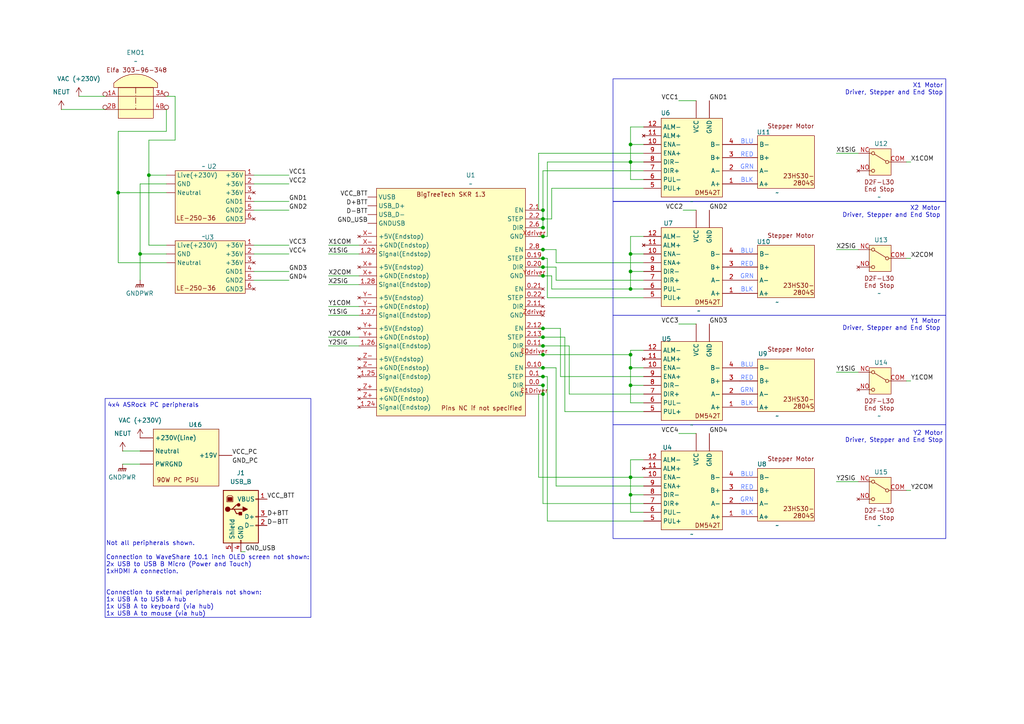
<source format=kicad_sch>
(kicad_sch (version 20231120) (generator "eeschema") (generator_version "8.0")
  (paper "A4")
  (title_block (title "PL Scanner - System Schematic") (date "30/02-2025") (rev "1") (company "Carl Emil Elling 2025"))
  (lib_symbols
    (symbol "Connector:USB_B" (pin_names (offset 1.016))
      (property "Reference" "J" (at -5.08 11.43 0))
      (property "Value" "USB_B" (at -5.08 8.89 0))
      (symbol "USB_B_0_1"
        (rectangle (start -5.08 -7.62) (end 5.08 7.62) (stroke (width 0.254)) (fill (type background)))
        (circle (center -3.81 2.159) (radius 0.635) (stroke (width 0.254)) (fill (type outline)))
        (rectangle (start -3.81 5.588) (end -2.54 4.572) (fill (type outline)))
        (circle (center -0.635 3.429) (radius 0.381) (stroke (width 0.254)) (fill (type outline)))
        (rectangle (start -0.127 -7.62) (end 0.127 -6.858))
        (polyline (pts (xy -1.905 2.159) (xy 0.635 2.159)) (stroke (width 0.254)))
        (polyline (pts (xy -3.175 2.159) (xy -2.54 2.159) (xy -1.27 3.429) (xy -0.635 3.429)) (stroke (width 0.254)))
        (polyline (pts (xy -2.54 2.159) (xy -1.905 2.159) (xy -1.27 0.889) (xy 0 0.889)) (stroke (width 0.254)))
        (polyline (pts (xy 0.635 2.794) (xy 0.635 1.524) (xy 1.905 2.159) (xy 0.635 2.794)) (stroke (width 0.254)) (fill (type outline)))
        (polyline (pts (xy -4.064 4.318) (xy -2.286 4.318) (xy -2.286 5.715) (xy -2.667 6.096) (xy -3.683 6.096) (xy -4.064 5.715) (xy -4.064 4.318)))
        (rectangle (start 0.254 1.27) (end -0.508 0.508) (stroke (width 0.254)) (fill (type outline)))
        (rectangle (start 5.08 -2.667) (end 4.318 -2.413))
        (rectangle (start 5.08 -0.127) (end 4.318 0.127))
        (rectangle (start 5.08 4.953) (end 4.318 5.207))
      )
      (symbol "USB_B_1_1"
        (pin power_out line (at 7.62 5.08 180) (length 2.54) (name "VBUS") (number "1"))
        (pin bidirectional line (at 7.62 -2.54 180) (length 2.54) (name "D-") (number "2"))
        (pin bidirectional line (at 7.62 0 180) (length 2.54) (name "D+") (number "3"))
        (pin power_out line (at 0 -10.16 90) (length 2.54) (name "GND") (number "4"))
        (pin passive line (at -2.54 -10.16 90) (length 2.54) (name "Shield") (number "5"))
      )
    )
    (symbol "End_Stop_D2F-L30_1"
      (property "Reference" "U" (at 0 2.794 0))
      (symbol "End_Stop_D2F-L30_1_0_1"
        (circle (center -2.032 -2.54) (radius 0.4572))
        (polyline (pts (xy -1.651 -2.286) (xy 1.651 -0.254)))
        (circle (center 2.032 -5.08) (radius 0.4572))
        (circle (center 2.032 0) (radius 0.4572))
      )
      (symbol "End_Stop_D2F-L30_1_1_1"
        (rectangle (start -3.175 1.27) (end 3.175 -6.35) (fill (type background)))
        (text "D2F-L30\nEnd Stop\n" (at 0.254 -9.398 0) (effects (font (size 1.27 1.27))))
        (pin passive line (at -7.62 -2.54 0) (length 5.08) (name "") (number "COM"))
        (pin passive line (at 6.35 0 180) (length 3.81) (name "") (number "NC"))
        (pin no_connect line (at 6.35 -5.08 180) (length 3.81) (name "") (number "NO"))
      )
    )
    (symbol "IRRobot_lib:4x4_ASRock_PC"
      (property "Reference" "U" (at 0 4.064 0))
      (symbol "4x4_ASRock_PC_1_1"
        (rectangle (start -8.89 0) (end 10.16 -16.51) (fill (type background)))
        (text "90W PC PSU" (at -1.778 -14.732 0) (effects (font (size 1.27 1.27))))
        (pin output line (at 13.97 -7.62 180) (length 3.81) (name "+19V") (number ""))
        (pin input line (at -12.7 -2.54 0) (length 3.81) (name "+230V(Line)") (number ""))
        (pin input line (at -12.7 -6.35 0) (length 3.81) (name "Neutral") (number ""))
        (pin input line (at -12.7 -10.16 0) (length 3.81) (name "PWRGND") (number ""))
      )
    )
    (symbol "IRRobot_lib:BTT_SKR1_3"
      (property "Reference" "U" (at 0 4.064 0))
      (symbol "BTT_SKR1_3_1_1"
        (rectangle (start -17.78 2.54) (end 25.4 -63.5) (fill (type background)))
        (text "BigTreeTech SKR 1.3\n" (at 3.81 0.762 0) (effects (font (size 1.27 1.27))))
        (text "Pins NC if not specified\n" (at 12.7 -61.214 0) (effects (font (size 1.27 1.27))))
        (pin input line (at -20.32 -7.62 0) (length 2.54) (name "GNDUSB") (number ""))
        (pin input line (at -20.32 -2.54 0) (length 2.54) (name "USB_D+") (number ""))
        (pin input line (at -20.32 -5.08 0) (length 2.54) (name "USB_D-") (number ""))
        (pin input line (at -20.32 0 0) (length 2.54) (name "VUSB") (number ""))
        (pin output line (at 30.48 -54.61 180) (length 5.08) (name "DIR") (number "0.0"))
        (pin output line (at 30.48 -52.07 180) (length 5.08) (name "STEP") (number "0.1"))
        (pin output line (at 30.48 -49.53 180) (length 5.08) (name "EN") (number "0.10"))
        (pin output line (at 30.48 -43.18 180) (length 5.08) (name "DIR") (number "0.11"))
        (pin output line (at 30.48 -17.78 180) (length 5.08) (name "STEP") (number "0.19"))
        (pin output line (at 30.48 -20.32 180) (length 5.08) (name "DIR") (number "0.20"))
        (pin no_connect line (at 30.48 -26.67 180) (length 5.08) (name "EN") (number "0.21"))
        (pin no_connect line (at 30.48 -29.21 180) (length 5.08) (name "STEP") (number "0.22"))
        (pin no_connect line (at -22.86 -60.96 0) (length 5.08) (name "Signal(Endstop)") (number "1.24"))
        (pin no_connect line (at -22.86 -52.07 0) (length 5.08) (name "Signal(Endstop)") (number "1.25"))
        (pin input line (at -22.86 -43.18 0) (length 5.08) (name "Signal(Endstop)") (number "1.26"))
        (pin input line (at -22.86 -34.29 0) (length 5.08) (name "Signal(Endstop)") (number "1.27"))
        (pin input line (at -22.86 -25.4 0) (length 5.08) (name "Signal(Endstop)") (number "1.28"))
        (pin input line (at -22.86 -16.51 0) (length 5.08) (name "Signal(Endstop)") (number "1.29"))
        (pin output line (at 30.48 -3.81 180) (length 5.08) (name "EN") (number "2.1"))
        (pin no_connect line (at 30.48 -31.75 180) (length 5.08) (name "DIR") (number "2.11"))
        (pin output line (at 30.48 -38.1 180) (length 5.08) (name "EN") (number "2.12"))
        (pin output line (at 30.48 -40.64 180) (length 5.08) (name "STEP") (number "2.13"))
        (pin output line (at 30.48 -6.35 180) (length 5.08) (name "STEP") (number "2.2"))
        (pin output line (at 30.48 -8.89 180) (length 5.08) (name "DIR") (number "2.6"))
        (pin output line (at 30.48 -15.24 180) (length 5.08) (name "EN") (number "2.8"))
        (pin output line (at 30.48 -45.72 180) (length 5.08) (name "GND") (number "E0driver"))
        (pin output line (at 30.48 -57.15 180) (length 5.08) (name "GND") (number "E1Driver"))
        (pin no_connect line (at -22.86 -20.32 0) (length 5.08) (name "+5V(Endstop)") (number "X+"))
        (pin output line (at -22.86 -22.86 0) (length 5.08) (name "+GND(Endstop)") (number "X+"))
        (pin no_connect line (at -22.86 -11.43 0) (length 5.08) (name "+5V(Endstop)") (number "X-"))
        (pin output line (at -22.86 -13.97 0) (length 5.08) (name "+GND(Endstop)") (number "X-"))
        (pin output line (at 30.48 -11.43 180) (length 5.08) (name "GND") (number "Xdriver"))
        (pin no_connect line (at -22.86 -38.1 0) (length 5.08) (name "+5V(Endstop)") (number "Y+"))
        (pin output line (at -22.86 -40.64 0) (length 5.08) (name "+GND(Endstop)") (number "Y+"))
        (pin no_connect line (at -22.86 -29.21 0) (length 5.08) (name "+5V(Endstop)") (number "Y-"))
        (pin output line (at -22.86 -31.75 0) (length 5.08) (name "+GND(Endstop)") (number "Y-"))
        (pin output line (at 30.48 -22.86 180) (length 5.08) (name "GND") (number "Ydriver"))
        (pin no_connect line (at -22.86 -55.88 0) (length 5.08) (name "+5V(Endstop)") (number "Z+"))
        (pin no_connect line (at -22.86 -58.42 0) (length 5.08) (name "+GND(Endstop)") (number "Z+"))
        (pin no_connect line (at -22.86 -46.99 0) (length 5.08) (name "+5V(Endstop)") (number "Z-"))
        (pin no_connect line (at -22.86 -49.53 0) (length 5.08) (name "+GND(Endstop)") (number "Z-"))
        (pin no_connect line (at 30.48 -34.29 180) (length 5.08) (name "GND") (number "Zdriver"))
      )
    )
    (symbol "IRRobot_lib:DM542T"
      (property "Reference" "U" (at 0 4.318 0))
      (symbol "DM542T_1_1"
        (rectangle (start -8.89 2.54) (end 8.89 -20.32) (fill (type background)))
        (text private "BLK\n" (at -15.24 -2.54 0) (effects (font (size 1.27 1.27))))
        (text private "BLU\n" (at -14.986 -13.97 0) (effects (font (size 1.27 1.27))))
        (text "DM542T\n" (at -4.572 1.27 0) (effects (font (size 1.27 1.27))))
        (text private "GRN\n" (at -15.24 -6.604 0) (effects (font (size 1.27 1.27))))
        (text private "RED\n" (at -15.24 -9.906 0) (effects (font (size 1.27 1.27))))
        (pin input line (at -5.08 -25.4 90) (length 5.08) (name "GND") (number ""))
        (pin input line (at -1.27 -25.4 90) (length 5.08) (name "VCC") (number ""))
        (pin output line (at -13.97 -1.27 0) (length 5.08) (name "A+") (number "1"))
        (pin input line (at 13.97 -12.7 180) (length 5.08) (name "ENA-") (number "10"))
        (pin no_connect line (at 13.97 -15.24 180) (length 5.08) (name "ALM+") (number "11"))
        (pin input line (at 13.97 -17.78 180) (length 5.08) (name "ALM-") (number "12"))
        (pin output line (at -13.97 -5.08 0) (length 5.08) (name "A-") (number "2"))
        (pin output line (at -13.97 -8.89 0) (length 5.08) (name "B+") (number "3"))
        (pin output line (at -13.97 -12.7 0) (length 5.08) (name "B-") (number "4"))
        (pin input line (at 13.97 0 180) (length 5.08) (name "PUL+") (number "5"))
        (pin input line (at 13.97 -2.54 180) (length 5.08) (name "PUL-") (number "6"))
        (pin input line (at 13.97 -5.08 180) (length 5.08) (name "DIR+") (number "7"))
        (pin input line (at 13.97 -7.62 180) (length 5.08) (name "DIR-") (number "8"))
        (pin input line (at 13.97 -10.16 180) (length 5.08) (name "ENA+") (number "9"))
      )
    )
    (symbol "IRRobot_lib:Estop"
      (property "Reference" "EMO" (at 2.032 5.842 0))
      (symbol "Estop_1_1"
        (circle (center -6.35 -6.985) (radius 0.635))
        (circle (center -6.35 -3.175) (radius 0.635))
        (rectangle (start -2.54 -1.27) (end 7.62 -10.16) (fill (type background)))
        (polyline (pts (xy -2.54 -7.62) (xy 7.62 -7.62)))
        (polyline (pts (xy -2.54 -3.81) (xy 7.62 -3.81)))
        (polyline (pts (xy 2.54 -1.27) (xy 2.54 -7.62)) (stroke (width 0) (type dash_dot)))
        (polyline (pts (xy 8.89 0) (xy 8.89 -1.27) (xy -3.81 -1.27) (xy -3.81 0)) (fill (type background)))
        (arc (start 8.89 0) (mid 2.54 2.6302) (end -3.81 0) (fill (type background)))
        (circle (center 11.43 -6.985) (radius 0.635))
        (circle (center 11.43 -3.175) (radius 0.635))
        (text "Elfa 303-96-348" (at 2.794 3.81 0) (effects (font (size 1.27 1.27))))
        (pin bidirectional line (at -6.35 -3.81 0) (length 3.81) (name "") (number "1A"))
        (pin bidirectional line (at -6.35 -7.62 0) (length 3.81) (name "") (number "2B"))
        (pin bidirectional line (at 11.43 -3.81 180) (length 3.81) (name "") (number "3A"))
        (pin bidirectional line (at 11.43 -7.62 180) (length 3.81) (name "") (number "4B"))
      )
    )
    (symbol "IRRobot_lib:Stepper_23HS30-2804S"
      (property "Reference" "U" (at 0 2.54 0))
      (symbol "Stepper_23HS30-2804S_1_1"
        (rectangle (start -8.89 1.27) (end 7.62 -13.97) (fill (type background)))
        (text "23HS30-\n2804S\n" (at -8.89 -1.27 0) (effects (font (size 1.27 1.27)) (justify left)))
        (text "BLK\n" (at 10.668 -1.27 0) (effects (font (size 1.27 1.27))))
        (text "BLU\n" (at 10.668 -12.446 0) (effects (font (size 1.27 1.27))))
        (text "GRN\n" (at 10.668 -5.08 0) (effects (font (size 1.27 1.27))))
        (text "RED\n" (at 10.668 -8.636 0) (effects (font (size 1.27 1.27))))
        (text "Stepper Motor\n\n\n" (at -2.032 -14.732 0) (effects (font (size 1.27 1.27))))
        (pin input line (at 12.7 0 180) (length 5.08) (name "A+") (number ""))
        (pin input line (at 12.7 -3.81 180) (length 5.08) (name "A-") (number ""))
        (pin input line (at 12.7 -7.62 180) (length 5.08) (name "B+") (number ""))
        (pin input line (at 12.7 -11.43 180) (length 5.08) (name "B-") (number ""))
      )
    )
    (symbol "IRRobot_lib:Stepperonline_LE-250-36"
      (property "Reference" "U3" (at 3.556 6.096 0))
      (property "Value" "~" (at 1.905 6.35 0))
      (symbol "Stepperonline_LE-250-36_1_1"
        (rectangle (start -6.35 5.08) (end 13.97 -10.16) (fill (type background)))
        (text "LE-250-36\n" (at -0.254 -8.636 0) (effects (font (size 1.27 1.27))))
        (pin input line (at -8.89 1.27 0) (length 2.54) (name "GND") (number ""))
        (pin input line (at -8.89 3.81 0) (length 2.54) (name "Live(+230V)") (number ""))
        (pin input line (at -8.89 -1.27 0) (length 2.54) (name "Neutral") (number ""))
        (pin output line (at 16.51 3.81 180) (length 2.54) (name "+36V") (number "1"))
        (pin output line (at 16.51 1.27 180) (length 2.54) (name "+36V") (number "2"))
        (pin no_connect line (at 16.51 -1.27 180) (length 2.54) (name "+36V") (number "3"))
        (pin output line (at 16.51 -3.81 180) (length 2.54) (name "GND1") (number "4"))
        (pin output line (at 16.51 -6.35 180) (length 2.54) (name "GND2") (number "5"))
        (pin no_connect line (at 16.51 -8.89 180) (length 2.54) (name "GND3") (number "6"))
      )
    )
    (symbol "Stepperonline_LE-250-36_1"
      (property "Reference" "U" (at 3.556 6.35 0))
      (symbol "Stepperonline_LE-250-36_1_1_1"
        (rectangle (start -6.35 5.08) (end 13.97 -10.16) (fill (type background)))
        (text "LE-250-36\n" (at -0.254 -8.636 0) (effects (font (size 1.27 1.27))))
        (pin input line (at -8.89 1.27 0) (length 2.54) (name "GND") (number ""))
        (pin input line (at -8.89 3.81 0) (length 2.54) (name "Live(+230V)") (number ""))
        (pin input line (at -8.89 -1.27 0) (length 2.54) (name "Neutral") (number ""))
        (pin output line (at 16.51 3.81 180) (length 2.54) (name "+36V") (number "1"))
        (pin output line (at 16.51 1.27 180) (length 2.54) (name "+36V") (number "2"))
        (pin no_connect line (at 16.51 -1.27 180) (length 2.54) (name "+36V") (number "3"))
        (pin output line (at 16.51 -3.81 180) (length 2.54) (name "GND1") (number "4"))
        (pin output line (at 16.51 -6.35 180) (length 2.54) (name "GND2") (number "5"))
        (pin no_connect line (at 16.51 -8.89 180) (length 2.54) (name "GND3") (number "6"))
      )
    )
    (symbol "power:GNDPWR" (power) (pin_numbers hide) (pin_names (offset 0) hide)
      (property "Value" "GNDPWR" (at 0 -3.302 0))
      (symbol "GNDPWR_0_1"
        (polyline (pts (xy 0 -1.27) (xy 0 0)))
        (polyline (pts (xy -1.016 -1.27) (xy -1.27 -2.032) (xy -1.27 -2.032)) (stroke (width 0.2032)))
        (polyline (pts (xy -0.508 -1.27) (xy -0.762 -2.032) (xy -0.762 -2.032)) (stroke (width 0.2032)))
        (polyline (pts (xy 0 -1.27) (xy -0.254 -2.032) (xy -0.254 -2.032)) (stroke (width 0.2032)))
        (polyline (pts (xy 0.508 -1.27) (xy 0.254 -2.032) (xy 0.254 -2.032)) (stroke (width 0.2032)))
        (polyline (pts (xy 1.016 -1.27) (xy -1.016 -1.27) (xy -1.016 -1.27)) (stroke (width 0.2032)))
        (polyline (pts (xy 1.016 -1.27) (xy 0.762 -2.032) (xy 0.762 -2.032) (xy 0.762 -2.032)) (stroke (width 0.2032)))
      )
      (symbol "GNDPWR_1_1"
        (pin power_in line (at 0 0 270) (length 0) (name "~") (number "1"))
      )
    )
    (symbol "power:NEUT" (power) (pin_numbers hide) (pin_names (offset 0) hide)
      (property "Value" "NEUT" (at 0 3.556 0))
      (symbol "NEUT_0_1"
        (polyline (pts (xy -0.762 1.27) (xy 0 2.54)))
        (polyline (pts (xy 0 0) (xy 0 2.54)))
        (polyline (pts (xy 0 2.54) (xy 0.762 1.27)))
      )
      (symbol "NEUT_1_1"
        (pin power_in line (at 0 0 90) (length 0) (name "~") (number "1"))
      )
    )
    (symbol "power:VCC" (power) (pin_numbers hide) (pin_names (offset 0) hide)
      (property "Value" "VCC" (at 0 3.556 0))
      (symbol "VCC_0_1"
        (polyline (pts (xy -0.762 1.27) (xy 0 2.54)))
        (polyline (pts (xy 0 0) (xy 0 2.54)))
        (polyline (pts (xy 0 2.54) (xy 0.762 1.27)))
      )
      (symbol "VCC_1_1"
        (pin power_in line (at 0 0 90) (length 0) (name "~") (number "1"))
      )
    )
  )
  (junction (at 182.88 143.51))
  (junction (at 157.48 109.22))
  (junction (at 157.48 95.25))
  (junction (at 182.88 46.99))
  (junction (at 157.48 114.3))
  (junction (at 182.88 138.43))
  (junction (at 40.64 73.66))
  (junction (at 182.88 78.74))
  (junction (at 157.48 66.04))
  (junction (at 157.48 68.58))
  (junction (at 157.48 102.87))
  (junction (at 157.48 111.76))
  (junction (at 182.88 73.66))
  (junction (at 43.18 50.8))
  (junction (at 182.88 111.76))
  (junction (at 182.88 83.82))
  (junction (at 182.88 102.87))
  (junction (at 157.48 77.47))
  (junction (at 157.48 100.33))
  (junction (at 157.48 80.01))
  (junction (at 157.48 97.79))
  (junction (at 157.48 63.5))
  (junction (at 182.88 41.91))
  (junction (at 157.48 106.68))
  (junction (at 182.88 106.68))
  (junction (at 157.48 74.93))
  (junction (at 34.29 55.88))
  (junction (at 157.48 60.96))
  (junction (at 157.48 72.39))
  (wire (pts (xy 158.75 109.22) (xy 158.75 151.13)))
  (wire (pts (xy 156.21 109.22) (xy 157.48 109.22)))
  (wire (pts (xy 156.21 100.33) (xy 157.48 100.33)))
  (wire (pts (xy 73.66 71.12) (xy 83.82 71.12)))
  (wire (pts (xy 157.48 80.01) (xy 156.21 80.01)))
  (wire (pts (xy 182.88 52.07) (xy 182.88 46.99)))
  (wire (pts (xy 182.88 101.6) (xy 182.88 102.87)))
  (wire (pts (xy 182.88 102.87) (xy 182.88 106.68)))
  (wire (pts (xy 182.88 46.99) (xy 186.69 46.99)))
  (wire (pts (xy 17.78 31.75) (xy 30.48 31.75)))
  (wire (pts (xy 43.18 50.8) (xy 43.18 71.12)))
  (wire (pts (xy 156.21 63.5) (xy 157.48 63.5)))
  (wire (pts (xy 34.29 55.88) (xy 34.29 76.2)))
  (wire (pts (xy 182.88 41.91) (xy 182.88 46.99)))
  (wire (pts (xy 186.69 78.74) (xy 182.88 78.74)))
  (wire (pts (xy 40.64 73.66) (xy 48.26 73.66)))
  (wire (pts (xy 186.69 49.53) (xy 157.48 49.53)))
  (wire (pts (xy 182.88 148.59) (xy 182.88 143.51)))
  (wire (pts (xy 158.75 46.99) (xy 182.88 46.99)))
  (wire (pts (xy 196.85 93.98) (xy 201.93 93.98)))
  (wire (pts (xy 182.88 106.68) (xy 186.69 106.68)))
  (wire (pts (xy 161.29 106.68) (xy 161.29 140.97)))
  (wire (pts (xy 182.88 78.74) (xy 182.88 83.82)))
  (wire (pts (xy 165.1 114.3) (xy 186.69 114.3)))
  (wire (pts (xy 35.56 130.81) (xy 40.64 130.81)))
  (wire (pts (xy 156.21 138.43) (xy 182.88 138.43)))
  (wire (pts (xy 186.69 148.59) (xy 182.88 148.59)))
  (wire (pts (xy 186.69 133.35) (xy 182.88 133.35)))
  (wire (pts (xy 242.57 72.39) (xy 248.92 72.39)))
  (wire (pts (xy 163.83 119.38) (xy 186.69 119.38)))
  (wire (pts (xy 35.56 134.62) (xy 40.64 134.62)))
  (wire (pts (xy 157.48 97.79) (xy 163.83 97.79)))
  (wire (pts (xy 160.02 63.5) (xy 160.02 54.61)))
  (wire (pts (xy 157.48 77.47) (xy 161.29 77.47)))
  (wire (pts (xy 156.21 114.3) (xy 156.21 138.43)))
  (wire (pts (xy 161.29 72.39) (xy 161.29 76.2)))
  (wire (pts (xy 48.26 31.75) (xy 48.26 38.1)))
  (wire (pts (xy 95.25 71.12) (xy 104.14 71.12)))
  (wire (pts (xy 34.29 76.2) (xy 48.26 76.2)))
  (wire (pts (xy 182.88 133.35) (xy 182.88 138.43)))
  (wire (pts (xy 162.56 95.25) (xy 162.56 109.22)))
  (wire (pts (xy 158.75 74.93) (xy 158.75 86.36)))
  (wire (pts (xy 158.75 68.58) (xy 158.75 46.99)))
  (wire (pts (xy 95.25 100.33) (xy 104.14 100.33)))
  (wire (pts (xy 160.02 54.61) (xy 186.69 54.61)))
  (wire (pts (xy 156.21 44.45) (xy 186.69 44.45)))
  (wire (pts (xy 186.69 116.84) (xy 182.88 116.84)))
  (wire (pts (xy 69.85 160.02) (xy 71.12 160.02)))
  (wire (pts (xy 157.48 146.05) (xy 186.69 146.05)))
  (wire (pts (xy 196.85 125.73) (xy 201.93 125.73)))
  (wire (pts (xy 262.89 110.49) (xy 264.16 110.49)))
  (wire (pts (xy 34.29 38.1) (xy 34.29 55.88)))
  (wire (pts (xy 242.57 139.7) (xy 248.92 139.7)))
  (wire (pts (xy 161.29 76.2) (xy 186.69 76.2)))
  (wire (pts (xy 160.02 80.01) (xy 157.48 80.01)))
  (wire (pts (xy 95.25 88.9) (xy 104.14 88.9)))
  (wire (pts (xy 157.48 68.58) (xy 158.75 68.58)))
  (wire (pts (xy 182.88 73.66) (xy 186.69 73.66)))
  (wire (pts (xy 40.64 81.28) (xy 40.64 73.66)))
  (wire (pts (xy 163.83 97.79) (xy 163.83 119.38)))
  (wire (pts (xy 48.26 55.88) (xy 34.29 55.88)))
  (wire (pts (xy 43.18 71.12) (xy 48.26 71.12)))
  (wire (pts (xy 73.66 81.28) (xy 83.82 81.28)))
  (wire (pts (xy 157.48 106.68) (xy 161.29 106.68)))
  (wire (pts (xy 157.48 60.96) (xy 157.48 63.5)))
  (wire (pts (xy 182.88 73.66) (xy 182.88 78.74)))
  (wire (pts (xy 182.88 138.43) (xy 182.88 143.51)))
  (wire (pts (xy 262.89 142.24) (xy 264.16 142.24)))
  (wire (pts (xy 160.02 83.82) (xy 182.88 83.82)))
  (wire (pts (xy 73.66 60.96) (xy 83.82 60.96)))
  (wire (pts (xy 157.48 100.33) (xy 165.1 100.33)))
  (wire (pts (xy 73.66 73.66) (xy 83.82 73.66)))
  (wire (pts (xy 157.48 95.25) (xy 162.56 95.25)))
  (wire (pts (xy 242.57 107.95) (xy 248.92 107.95)))
  (wire (pts (xy 162.56 109.22) (xy 186.69 109.22)))
  (wire (pts (xy 156.21 111.76) (xy 157.48 111.76)))
  (wire (pts (xy 95.25 82.55) (xy 104.14 82.55)))
  (wire (pts (xy 157.48 63.5) (xy 157.48 66.04)))
  (wire (pts (xy 50.8 40.64) (xy 43.18 40.64)))
  (wire (pts (xy 182.88 41.91) (xy 186.69 41.91)))
  (wire (pts (xy 157.48 114.3) (xy 157.48 146.05)))
  (wire (pts (xy 161.29 81.28) (xy 186.69 81.28)))
  (wire (pts (xy 186.69 52.07) (xy 182.88 52.07)))
  (wire (pts (xy 186.69 68.58) (xy 182.88 68.58)))
  (wire (pts (xy 22.86 27.94) (xy 30.48 27.94)))
  (wire (pts (xy 156.21 102.87) (xy 157.48 102.87)))
  (wire (pts (xy 73.66 58.42) (xy 83.82 58.42)))
  (wire (pts (xy 158.75 86.36) (xy 186.69 86.36)))
  (wire (pts (xy 186.69 111.76) (xy 182.88 111.76)))
  (wire (pts (xy 73.66 78.74) (xy 83.82 78.74)))
  (wire (pts (xy 186.69 143.51) (xy 182.88 143.51)))
  (wire (pts (xy 196.85 29.21) (xy 201.93 29.21)))
  (wire (pts (xy 48.26 27.94) (xy 50.8 27.94)))
  (wire (pts (xy 186.69 101.6) (xy 182.88 101.6)))
  (wire (pts (xy 73.66 53.34) (xy 83.82 53.34)))
  (wire (pts (xy 156.21 72.39) (xy 157.48 72.39)))
  (wire (pts (xy 157.48 74.93) (xy 158.75 74.93)))
  (wire (pts (xy 158.75 151.13) (xy 186.69 151.13)))
  (wire (pts (xy 40.64 53.34) (xy 40.64 73.66)))
  (wire (pts (xy 161.29 140.97) (xy 186.69 140.97)))
  (wire (pts (xy 95.25 97.79) (xy 104.14 97.79)))
  (wire (pts (xy 48.26 53.34) (xy 40.64 53.34)))
  (wire (pts (xy 43.18 40.64) (xy 43.18 50.8)))
  (wire (pts (xy 186.69 36.83) (xy 182.88 36.83)))
  (wire (pts (xy 262.89 46.99) (xy 264.16 46.99)))
  (wire (pts (xy 165.1 100.33) (xy 165.1 114.3)))
  (wire (pts (xy 157.48 49.53) (xy 157.48 60.96)))
  (wire (pts (xy 157.48 66.04) (xy 156.21 66.04)))
  (wire (pts (xy 156.21 97.79) (xy 157.48 97.79)))
  (wire (pts (xy 95.25 80.01) (xy 104.14 80.01)))
  (wire (pts (xy 157.48 109.22) (xy 158.75 109.22)))
  (wire (pts (xy 161.29 77.47) (xy 161.29 81.28)))
  (wire (pts (xy 156.21 77.47) (xy 157.48 77.47)))
  (wire (pts (xy 182.88 138.43) (xy 186.69 138.43)))
  (wire (pts (xy 186.69 83.82) (xy 182.88 83.82)))
  (wire (pts (xy 157.48 102.87) (xy 182.88 102.87)))
  (wire (pts (xy 156.21 95.25) (xy 157.48 95.25)))
  (wire (pts (xy 242.57 44.45) (xy 248.92 44.45)))
  (wire (pts (xy 157.48 63.5) (xy 160.02 63.5)))
  (wire (pts (xy 95.25 91.44) (xy 104.14 91.44)))
  (wire (pts (xy 160.02 83.82) (xy 160.02 80.01)))
  (wire (pts (xy 182.88 106.68) (xy 182.88 111.76)))
  (wire (pts (xy 182.88 36.83) (xy 182.88 41.91)))
  (wire (pts (xy 198.12 60.96) (xy 201.93 60.96)))
  (wire (pts (xy 156.21 106.68) (xy 157.48 106.68)))
  (wire (pts (xy 182.88 116.84) (xy 182.88 111.76)))
  (wire (pts (xy 156.21 74.93) (xy 157.48 74.93)))
  (wire (pts (xy 262.89 74.93) (xy 264.16 74.93)))
  (wire (pts (xy 48.26 38.1) (xy 34.29 38.1)))
  (wire (pts (xy 157.48 72.39) (xy 161.29 72.39)))
  (wire (pts (xy 50.8 27.94) (xy 50.8 40.64)))
  (wire (pts (xy 156.21 68.58) (xy 157.48 68.58)))
  (wire (pts (xy 73.66 50.8) (xy 83.82 50.8)))
  (wire (pts (xy 157.48 111.76) (xy 157.48 114.3)))
  (wire (pts (xy 95.25 73.66) (xy 104.14 73.66)))
  (wire (pts (xy 182.88 68.58) (xy 182.88 73.66)))
  (wire (pts (xy 43.18 50.8) (xy 48.26 50.8)))
  (wire (pts (xy 156.21 60.96) (xy 156.21 44.45)))
  (rectangle (start 177.8 58.42) (end 274.32 91.44))
  (rectangle (start 177.8 123.19) (end 274.32 156.21))
  (rectangle (start 177.8 91.44) (end 274.32 123.19))
  (rectangle (start 177.8 22.86) (end 274.32 58.42))
  (rectangle (start 30.48 115.57) (end 90.17 179.07))
  (text "Y2 Motor\nDriver, Stepper and End Stop\n" (at 273.558 126.746 0) (effects (font (size 1.27 1.27)) (justify right)))
  (text "Not all peripherals shown.\n\nConnection to WaveShare 10.1 inch OLED screen not shown:\n2x USB to USB B Micro (Power and Touch)\n1xHDMI A connection.\n\n\nConnection to external peripherals not shown:\n1x USB A to USB A hub\n1x USB A to keyboard (via hub)\n1x USB A to mouse (via hub)\n" (at 30.734 167.894 0) (effects (font (size 1.27 1.27)) (justify left)))
  (text "X2 Motor\nDriver, Stepper and End Stop\n" (at 272.796 61.468 0) (effects (font (size 1.27 1.27)) (justify right)))
  (text "X1 Motor\nDriver, Stepper and End Stop\n" (at 273.558 25.908 0) (effects (font (size 1.27 1.27)) (justify right)))
  (text "4x4 ASRock PC peripherals\n" (at 44.45 117.602 0) (effects (font (size 1.27 1.27))))
  (text "Y1 Motor\nDriver, Stepper and End Stop\n" (at 272.796 94.234 0) (effects (font (size 1.27 1.27)) (justify right)))
  (label "VCC3" (at 196.85 93.98 180))
  (label "VCC3" (at 83.82 71.12 0))
  (label "X1COM" (at 95.25 71.12 0))
  (label "VCC1" (at 196.85 29.21 180))
  (label "VCC4" (at 196.85 125.73 180))
  (label "GND3" (at 83.82 78.74 0))
  (label "GND3" (at 205.74 93.98 0))
  (label "GND4" (at 83.82 81.28 0))
  (label "GND2" (at 83.82 60.96 0))
  (label "VCC2" (at 83.82 53.34 0))
  (label "VCC_BTT" (at 77.47 144.78 0))
  (label "Y2COM" (at 95.25 97.79 0))
  (label "D-BTT" (at 77.47 152.4 0))
  (label "X2COM" (at 264.16 74.93 0))
  (label "GND1" (at 205.74 29.21 0))
  (label "VCC2" (at 198.12 60.96 180))
  (label "X1SIG" (at 95.25 73.66 0))
  (label "VCC_BTT" (at 106.68 57.15 180))
  (label "Y2SIG" (at 242.57 139.7 0))
  (label "VCC1" (at 83.82 50.8 0))
  (label "D+BTT" (at 106.68 59.69 180))
  (label "GND2" (at 205.74 60.96 0))
  (label "X2SIG" (at 95.25 82.55 0))
  (label "X1SIG" (at 242.57 44.45 0))
  (label "VCC_PC" (at 67.31 132.08 0))
  (label "X2COM" (at 95.25 80.01 0))
  (label "GND_USB" (at 71.12 160.02 0))
  (label "Y2COM" (at 264.16 142.24 0))
  (label "D-BTT" (at 106.68 62.23 180))
  (label "GND1" (at 83.82 58.42 0))
  (label "GND_PC" (at 67.31 134.62 0))
  (label "GND4" (at 205.74 125.73 0))
  (label "X1COM" (at 264.16 46.99 0))
  (label "GND_USB" (at 106.68 64.77 180))
  (label "Y1COM" (at 95.25 88.9 0))
  (label "D+BTT" (at 77.47 149.86 0))
  (label "Y2SIG" (at 95.25 100.33 0))
  (label "Y1SIG" (at 95.25 91.44 0))
  (label "Y1SIG" (at 242.57 107.95 0))
  (label "Y1COM" (at 264.16 110.49 0))
  (label "VCC4" (at 83.82 73.66 0))
  (label "X2SIG" (at 242.57 72.39 0))
  (symbol (lib_id "power:GNDPWR") (at 35.56 134.62 0) (unit 1)
    (property "Reference" "#PWR05" (effects (hide yes)))
    (property "Value" "GNDPWR" (at 35.433 138.43 0))
    (property "Description" "Power symbol creates a global label with name \"GNDPWR\" , global ground" (effects (hide yes)))
  )
  (symbol (lib_id "IRRobot_lib:Stepperonline_LE-250-36") (at 57.15 74.93 0) (unit 1)
    (property "Reference" "U3" (at 60.706 68.834 0))
    (property "Value" "~" (at 59.055 68.58 0))
  )
  (symbol (lib_name "End_Stop_D2F-L30_1") (lib_id "IRRobot_lib:End_Stop_D2F-L30") (at 255.27 107.95 0) (mirror y) (unit 1)
    (property "Reference" "U14" (at 255.524 105.156 0))
    (property "Value" "~" (at 255.016 120.65 0))
  )
  (symbol (lib_id "power:NEUT") (at 17.78 31.75 0) (unit 1)
    (property "Reference" "#PWR02" (effects (hide yes)))
    (property "Value" "NEUT" (at 17.78 26.67 0))
    (property "Description" "Power symbol creates a global label with name \"NEUT\"" (effects (hide yes)))
  )
  (symbol (lib_id "IRRobot_lib:4x4_ASRock_PC") (at 53.34 124.46 0) (unit 1)
    (property "Reference" "U16" (at 56.642 123.19 0))
    (property "Value" "~" (at 56.515 123.19 0))
  )
  (symbol (lib_name "End_Stop_D2F-L30_1") (lib_id "IRRobot_lib:End_Stop_D2F-L30") (at 255.27 44.45 0) (mirror y) (unit 1)
    (property "Reference" "U12" (at 255.524 41.656 0))
    (property "Value" "~" (at 255.016 57.15 0))
  )
  (symbol (lib_id "power:VCC") (at 40.64 127 0) (unit 1)
    (property "Reference" "#PWR04" (effects (hide yes)))
    (property "Value" "VAC (+230V)" (at 40.64 121.92 0))
    (property "Description" "Power symbol creates a global label with name \"VCC\"" (effects (hide yes)))
  )
  (symbol (lib_name "IRRobot_lib:DM542T") (lib_id "IRRobot_lib:DM542T") (at 200.66 119.38 180) (unit 1)
    (property "Reference" "U5" (at 193.294 98.298 0))
    (property "Value" "~" (at 200.66 123.19 0))
  )
  (symbol (lib_name "IRRobot_lib:Stepper_23HS30-2804S") (lib_id "IRRobot_lib:Stepper_23HS30-2804S") (at 227.33 118.11 180) (unit 1)
    (property "Reference" "U9" (at 221.234 102.616 0))
    (property "Value" "~" (at 225.4178 120.65 0))
  )
  (symbol (lib_id "power:VCC") (at 22.86 27.94 0) (unit 1)
    (property "Reference" "#PWR01" (effects (hide yes)))
    (property "Value" "VAC (+230V)" (at 22.86 22.86 0))
    (property "Description" "Power symbol creates a global label with name \"VCC\"" (effects (hide yes)))
  )
  (symbol (lib_id "power:NEUT") (at 35.56 130.81 0) (unit 1)
    (property "Reference" "#PWR06" (effects (hide yes)))
    (property "Value" "NEUT" (at 35.56 125.73 0))
    (property "Description" "Power symbol creates a global label with name \"NEUT\"" (effects (hide yes)))
  )
  (symbol (lib_id "IRRobot_lib:BTT_SKR1_3") (at 127 57.15 0) (unit 1)
    (property "Reference" "U1" (at 136.525 50.8 0))
    (property "Value" "~" (at 136.525 53.34 0))
  )
  (symbol (lib_id "power:GNDPWR") (at 40.64 81.28 0) (unit 1)
    (property "Reference" "#PWR03" (effects (hide yes)))
    (property "Value" "GNDPWR" (at 40.513 85.09 0))
    (property "Description" "Power symbol creates a global label with name \"GNDPWR\" , global ground" (effects (hide yes)))
  )
  (symbol (lib_name "IRRobot_lib:DM542T") (lib_id "IRRobot_lib:DM542T") (at 200.66 54.61 180) (unit 1)
    (property "Reference" "U6" (at 193.04 32.766 0))
    (property "Value" "~" (at 200.66 58.42 0))
  )
  (symbol (lib_name "IRRobot_lib:Stepper_23HS30-2804S") (lib_id "IRRobot_lib:Stepper_23HS30-2804S") (at 227.33 53.34 180) (unit 1)
    (property "Reference" "U11" (at 221.488 38.354 0))
    (property "Value" "~" (at 225.4178 55.88 0))
  )
  (symbol (lib_name "IRRobot_lib:DM542T") (lib_id "IRRobot_lib:DM542T") (at 200.66 86.36 180) (unit 1)
    (property "Reference" "U7" (at 193.802 64.77 0))
    (property "Value" "~" (at 202.6992 90.17 0))
  )
  (symbol (lib_name "IRRobot_lib:Stepper_23HS30-2804S") (lib_id "IRRobot_lib:Stepper_23HS30-2804S") (at 227.33 85.09 180) (unit 1)
    (property "Reference" "U10" (at 221.488 70.104 0))
    (property "Value" "~" (at 225.4178 87.63 0))
  )
  (symbol (lib_name "Stepperonline_LE-250-36_1") (lib_id "IRRobot_lib:Stepperonline_LE-250-36") (at 57.15 54.61 0) (unit 1)
    (property "Reference" "U2" (at 61.468 48.26 0))
    (property "Value" "~" (at 59.055 48.26 0))
  )
  (symbol (lib_name "End_Stop_D2F-L30_1") (lib_id "IRRobot_lib:End_Stop_D2F-L30") (at 255.27 72.39 0) (mirror y) (unit 1)
    (property "Reference" "U13" (at 255.524 69.596 0))
    (property "Value" "~" (at 255.016 85.09 0))
  )
  (symbol (lib_name "End_Stop_D2F-L30_1") (lib_id "IRRobot_lib:End_Stop_D2F-L30") (at 255.27 139.7 0) (mirror y) (unit 1)
    (property "Reference" "U15" (at 255.524 136.906 0))
    (property "Value" "~" (at 255.016 152.4 0))
  )
  (symbol (lib_id "IRRobot_lib:Estop") (at 36.83 24.13 0) (unit 1)
    (property "Reference" "EMO1" (at 39.37 15.24 0))
    (property "Value" "~" (at 39.37 17.78 0))
  )
  (symbol (lib_id "Connector:USB_B") (at 69.85 149.86 0) (unit 1)
    (property "Reference" "J1" (at 69.85 137.16 0))
    (property "Value" "USB_B" (at 69.85 139.7 0))
    (property "Description" "USB Type B connector" (effects (hide yes)))
  )
  (symbol (lib_name "IRRobot_lib:Stepper_23HS30-2804S") (lib_id "IRRobot_lib:Stepper_23HS30-2804S") (at 227.33 149.86 180) (unit 1)
    (property "Reference" "U8" (at 220.98 134.62 0))
    (property "Value" "~" (at 225.4178 152.4 0))
  )
  (symbol (lib_name "IRRobot_lib:DM542T") (lib_id "IRRobot_lib:DM542T") (at 200.66 151.13 180) (unit 1)
    (property "Reference" "U4" (at 193.548 129.794 0))
    (property "Value" "~" (at 200.66 154.94 0))
  )
)
</source>
